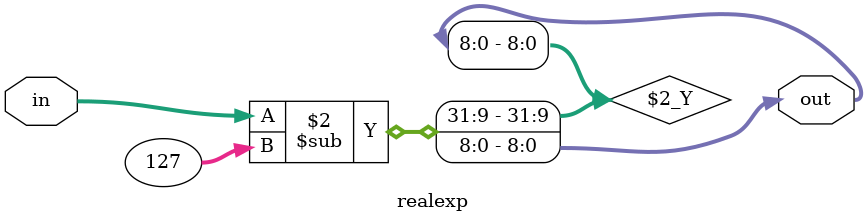
<source format=v>
`timescale 1ns / 1ps

module realexp(
input [8:0] in,
output reg [8:0] out);

always @(*)
begin
    out = in - 127;
end
endmodule

</source>
